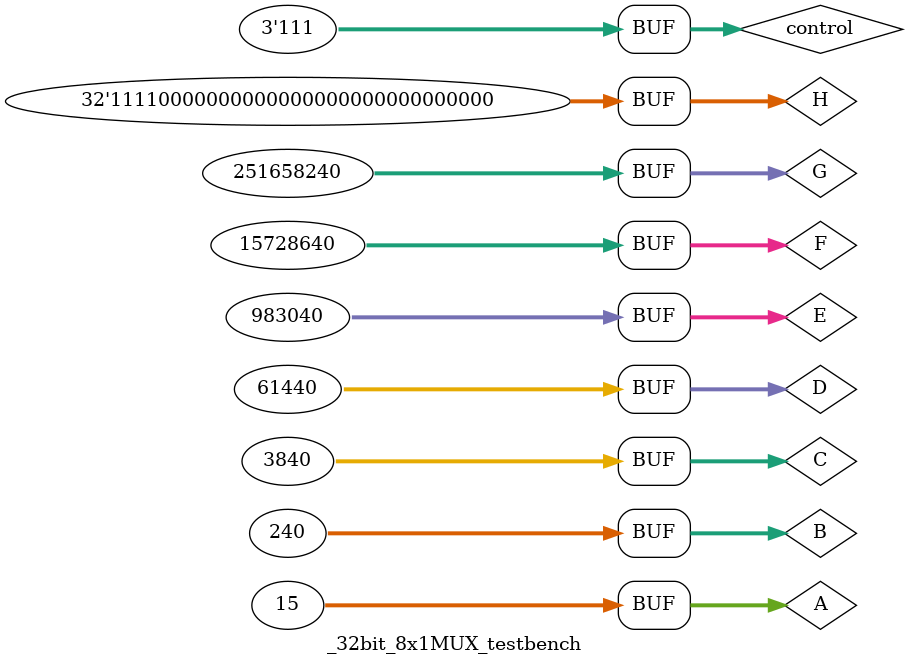
<source format=v>
module _32bit_8x1MUX_testbench();
reg [31:0] A,B,C,D,E,F,G,H;
reg [2:0] control;
wire [31:0] result;

_32bit_8x1MUX g0 (result, A,B,C,D,E,F,G,H,control);

initial begin
A = 32'b0000_0000_0000_0000_0000_0000_0000_1111;
B = 32'b0000_0000_0000_0000_0000_0000_1111_0000;
C = 32'b0000_0000_0000_0000_0000_1111_0000_0000;
D = 32'b0000_0000_0000_0000_1111_0000_0000_0000;
E = 32'b0000_0000_0000_1111_0000_0000_0000_0000;
F = 32'b0000_0000_1111_0000_0000_0000_0000_0000;
G = 32'b0000_1111_0000_0000_0000_0000_0000_0000;
H = 32'b1111_0000_0000_0000_0000_0000_0000_0000;

control = 3'b000;
#20;
control = 3'b001;
#20;
control = 3'b010;
#20;
control = 3'b011;
#20;
control = 3'b100;
#20;
control = 3'b101;
#20;
control = 3'b110;
#20;
control = 3'b111;
#20;

end

endmodule

</source>
